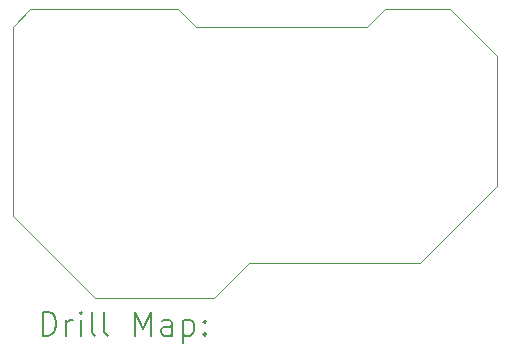
<source format=gbr>
%TF.GenerationSoftware,KiCad,Pcbnew,(6.0.7)*%
%TF.CreationDate,2022-12-27T11:47:11-06:00*%
%TF.ProjectId,UKDAQ,554b4441-512e-46b6-9963-61645f706362,rev?*%
%TF.SameCoordinates,Original*%
%TF.FileFunction,Drillmap*%
%TF.FilePolarity,Positive*%
%FSLAX45Y45*%
G04 Gerber Fmt 4.5, Leading zero omitted, Abs format (unit mm)*
G04 Created by KiCad (PCBNEW (6.0.7)) date 2022-12-27 11:47:11*
%MOMM*%
%LPD*%
G01*
G04 APERTURE LIST*
%ADD10C,0.100000*%
%ADD11C,0.200000*%
G04 APERTURE END LIST*
D10*
X14110000Y-11582000D02*
X15560000Y-11582000D01*
X13510000Y-9432000D02*
X12360000Y-9432000D01*
X16210000Y-10932000D02*
X16210000Y-9832000D01*
X12110000Y-11182000D02*
X12810000Y-11882000D01*
X15260000Y-9432000D02*
X15110000Y-9582000D01*
X12110000Y-9582000D02*
X12110000Y-11182000D01*
X12310000Y-9432000D02*
X12260000Y-9432000D01*
X12360000Y-9432000D02*
X12310000Y-9432000D01*
X13660000Y-9582000D02*
X13510000Y-9432000D01*
X16210000Y-9832000D02*
X15810000Y-9432000D01*
X12810000Y-11882000D02*
X13810000Y-11882000D01*
X15110000Y-9582000D02*
X13660000Y-9582000D01*
X13810000Y-11882000D02*
X14110000Y-11582000D01*
X15560000Y-11582000D02*
X16210000Y-10932000D01*
X15810000Y-9432000D02*
X15260000Y-9432000D01*
X12260000Y-9432000D02*
X12110000Y-9582000D01*
D11*
X12362619Y-12197476D02*
X12362619Y-11997476D01*
X12410238Y-11997476D01*
X12438809Y-12007000D01*
X12457857Y-12026048D01*
X12467381Y-12045095D01*
X12476905Y-12083190D01*
X12476905Y-12111762D01*
X12467381Y-12149857D01*
X12457857Y-12168905D01*
X12438809Y-12187952D01*
X12410238Y-12197476D01*
X12362619Y-12197476D01*
X12562619Y-12197476D02*
X12562619Y-12064143D01*
X12562619Y-12102238D02*
X12572143Y-12083190D01*
X12581667Y-12073667D01*
X12600714Y-12064143D01*
X12619762Y-12064143D01*
X12686428Y-12197476D02*
X12686428Y-12064143D01*
X12686428Y-11997476D02*
X12676905Y-12007000D01*
X12686428Y-12016524D01*
X12695952Y-12007000D01*
X12686428Y-11997476D01*
X12686428Y-12016524D01*
X12810238Y-12197476D02*
X12791190Y-12187952D01*
X12781667Y-12168905D01*
X12781667Y-11997476D01*
X12915000Y-12197476D02*
X12895952Y-12187952D01*
X12886428Y-12168905D01*
X12886428Y-11997476D01*
X13143571Y-12197476D02*
X13143571Y-11997476D01*
X13210238Y-12140333D01*
X13276905Y-11997476D01*
X13276905Y-12197476D01*
X13457857Y-12197476D02*
X13457857Y-12092714D01*
X13448333Y-12073667D01*
X13429286Y-12064143D01*
X13391190Y-12064143D01*
X13372143Y-12073667D01*
X13457857Y-12187952D02*
X13438809Y-12197476D01*
X13391190Y-12197476D01*
X13372143Y-12187952D01*
X13362619Y-12168905D01*
X13362619Y-12149857D01*
X13372143Y-12130809D01*
X13391190Y-12121286D01*
X13438809Y-12121286D01*
X13457857Y-12111762D01*
X13553095Y-12064143D02*
X13553095Y-12264143D01*
X13553095Y-12073667D02*
X13572143Y-12064143D01*
X13610238Y-12064143D01*
X13629286Y-12073667D01*
X13638809Y-12083190D01*
X13648333Y-12102238D01*
X13648333Y-12159381D01*
X13638809Y-12178428D01*
X13629286Y-12187952D01*
X13610238Y-12197476D01*
X13572143Y-12197476D01*
X13553095Y-12187952D01*
X13734048Y-12178428D02*
X13743571Y-12187952D01*
X13734048Y-12197476D01*
X13724524Y-12187952D01*
X13734048Y-12178428D01*
X13734048Y-12197476D01*
X13734048Y-12073667D02*
X13743571Y-12083190D01*
X13734048Y-12092714D01*
X13724524Y-12083190D01*
X13734048Y-12073667D01*
X13734048Y-12092714D01*
M02*

</source>
